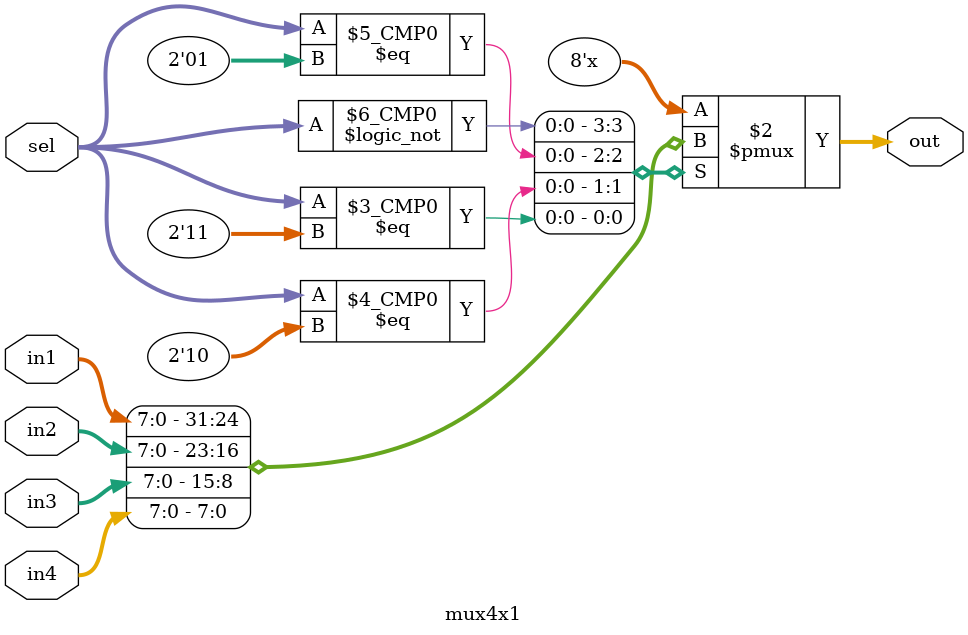
<source format=sv>
module mux4x1
(
	input  logic [1:0] sel,
	input  logic [7:0] in1, 
	input  logic [7:0] in2, 
	input  logic [7:0] in3, 
	input  logic [7:0] in4, 
	output logic [7:0] out
);

    always_comb
    begin
        case(sel)
            2'b00: out = in1;
            2'b01: out = in2;
            2'b10: out = in3;
            2'b11: out = in4;
        endcase
    end

endmodule
</source>
